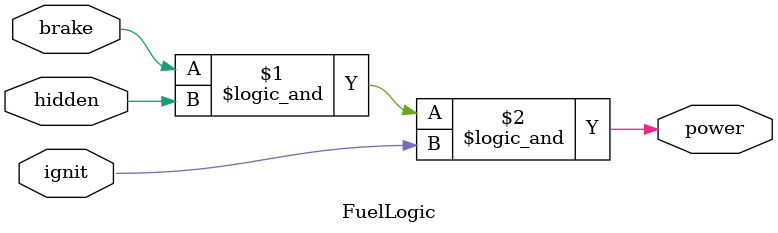
<source format=v>
`timescale 1ns / 1ps
module FuelLogic(
    input brake,
    input hidden,
    input ignit,
    output power
    );
	
	assign power=(brake && hidden && ignit);


endmodule

</source>
